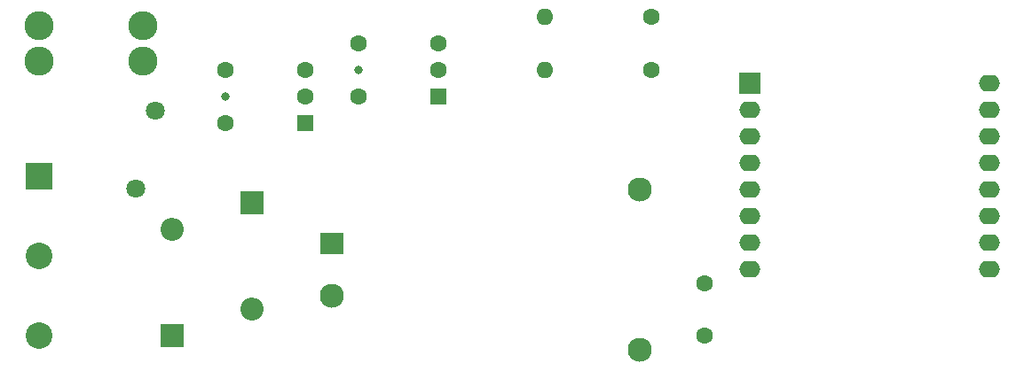
<source format=gbs>
%TF.GenerationSoftware,KiCad,Pcbnew,9.0.3+dfsg-1*%
%TF.CreationDate,2026-02-21T17:58:44+01:00*%
%TF.ProjectId,MaxPilot,4d617850-696c-46f7-942e-6b696361645f,rev?*%
%TF.SameCoordinates,Original*%
%TF.FileFunction,Soldermask,Bot*%
%TF.FilePolarity,Negative*%
%FSLAX46Y46*%
G04 Gerber Fmt 4.6, Leading zero omitted, Abs format (unit mm)*
G04 Created by KiCad (PCBNEW 9.0.3+dfsg-1) date 2026-02-21 17:58:44*
%MOMM*%
%LPD*%
G01*
G04 APERTURE LIST*
G04 Aperture macros list*
%AMRoundRect*
0 Rectangle with rounded corners*
0 $1 Rounding radius*
0 $2 $3 $4 $5 $6 $7 $8 $9 X,Y pos of 4 corners*
0 Add a 4 corners polygon primitive as box body*
4,1,4,$2,$3,$4,$5,$6,$7,$8,$9,$2,$3,0*
0 Add four circle primitives for the rounded corners*
1,1,$1+$1,$2,$3*
1,1,$1+$1,$4,$5*
1,1,$1+$1,$6,$7*
1,1,$1+$1,$8,$9*
0 Add four rect primitives between the rounded corners*
20,1,$1+$1,$2,$3,$4,$5,0*
20,1,$1+$1,$4,$5,$6,$7,0*
20,1,$1+$1,$6,$7,$8,$9,0*
20,1,$1+$1,$8,$9,$2,$3,0*%
G04 Aperture macros list end*
%ADD10C,1.600000*%
%ADD11O,1.600000X1.600000*%
%ADD12C,2.780000*%
%ADD13C,0.800000*%
%ADD14RoundRect,0.250000X0.550000X0.550000X-0.550000X0.550000X-0.550000X-0.550000X0.550000X-0.550000X0*%
%ADD15R,2.540000X2.540000*%
%ADD16C,2.540000*%
%ADD17R,2.300000X2.000000*%
%ADD18C,2.300000*%
%ADD19C,1.800000*%
%ADD20R,2.000000X2.000000*%
%ADD21O,2.000000X1.600000*%
%ADD22R,2.200000X2.200000*%
%ADD23O,2.200000X2.200000*%
G04 APERTURE END LIST*
D10*
%TO.C,R2*%
X76200000Y-15240000D03*
D11*
X66040000Y-15240000D03*
%TD*%
D12*
%TO.C,F1*%
X17780000Y-16080000D03*
X17780000Y-19480000D03*
X27700000Y-16080000D03*
X27700000Y-19480000D03*
%TD*%
D10*
%TO.C,U3*%
X43180000Y-20320000D03*
D13*
X35560000Y-22860000D03*
D14*
X43180000Y-25400000D03*
D10*
X43180000Y-22860000D03*
X35560000Y-20320000D03*
X35560000Y-25400000D03*
%TD*%
D15*
%TO.C,J1*%
X17780000Y-30480000D03*
D16*
X17780000Y-38100000D03*
X17780000Y-45720000D03*
%TD*%
D10*
%TO.C,R1*%
X76200000Y-20320000D03*
D11*
X66040000Y-20320000D03*
%TD*%
D17*
%TO.C,PS1*%
X45720000Y-36905000D03*
D18*
X45720000Y-41905000D03*
X75120000Y-31705000D03*
X75120000Y-47105000D03*
%TD*%
D19*
%TO.C,RV1*%
X28840000Y-24190000D03*
X27040000Y-31690000D03*
%TD*%
D10*
%TO.C,U2*%
X55880000Y-17780000D03*
D13*
X48260000Y-20320000D03*
D14*
X55880000Y-22860000D03*
D10*
X55880000Y-20320000D03*
X48260000Y-17780000D03*
X48260000Y-22860000D03*
%TD*%
D20*
%TO.C,U1*%
X85575000Y-21590000D03*
D21*
X85575000Y-24130000D03*
X85575000Y-26670000D03*
X85575000Y-29210000D03*
X85575000Y-31750000D03*
X85575000Y-34290000D03*
X85575000Y-36830000D03*
X85575000Y-39370000D03*
X108435000Y-39370000D03*
X108435000Y-36830000D03*
X108435000Y-34290000D03*
X108435000Y-31750000D03*
X108435000Y-29210000D03*
X108435000Y-26670000D03*
X108435000Y-24130000D03*
X108435000Y-21590000D03*
%TD*%
D22*
%TO.C,D1*%
X38100000Y-33020000D03*
D23*
X38100000Y-43180000D03*
%TD*%
D22*
%TO.C,D2*%
X30480000Y-45720000D03*
D23*
X30480000Y-35560000D03*
%TD*%
D10*
%TO.C,C1*%
X81280000Y-40720000D03*
X81280000Y-45720000D03*
%TD*%
M02*

</source>
